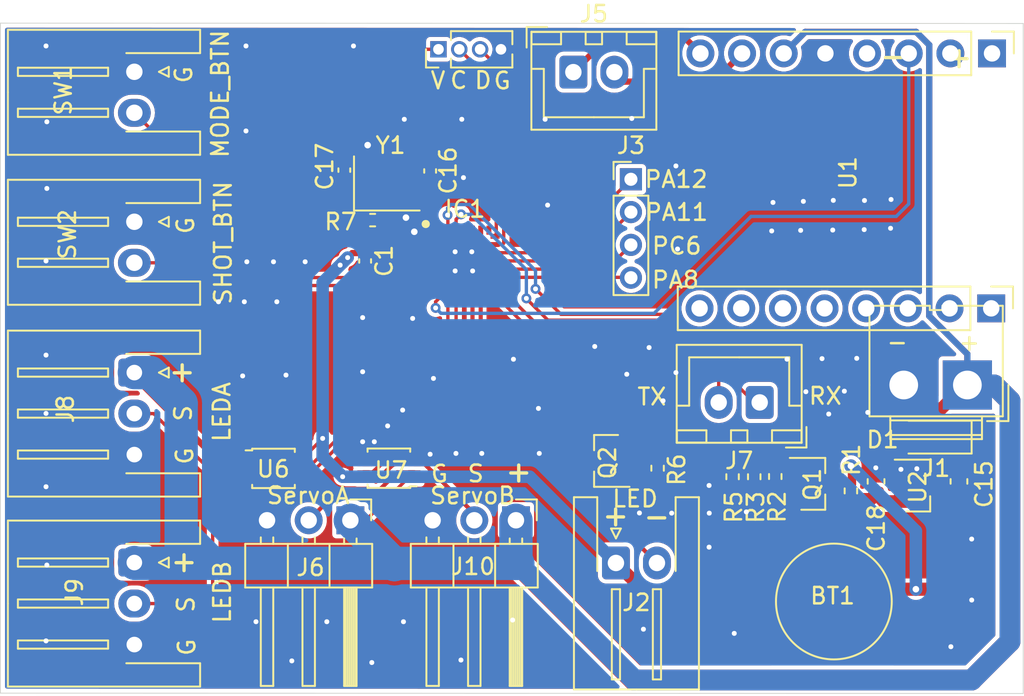
<source format=kicad_pcb>
(kicad_pcb (version 20171130) (host pcbnew "(5.1.10)-1")
  (layers (0 F.Cu signal) (31 B.Cu signal) (34 B.Paste user hide) (35 F.Paste user hide) (36 B.SilkS user) (37 F.SilkS user) (38 B.Mask user hide) (39 F.Mask user hide) (44 Edge.Cuts user))
  (net 0 "")
  (net 1 Earth)
  (net 2 +3V3)
  (net 3 /SWDIO)
  (net 4 /SWCLK)
  (net 5 +5V)
  (net 6 "Net-(IC1-Pad5)")
  (net 7 /SERVOA_IN)
  (net 8 /SERVOB_IN)
  (net 9 /LEDD_DI_IN)
  (net 10 /LEDC_DI_IN)
  (net 11 /LEDD_DI_OUT)
  (net 12 /LEDC_DI_OUT)
  (net 13 /SERVOB_OUT)
  (net 14 /SERVOA_OUT)
  (net 15 "Net-(BT1-Pad1)")
  (net 16 /OSC_IN)
  (net 17 "Net-(C17-Pad2)")
  (net 18 "Net-(IC1-Pad22)")
  (net 19 /5V_check)
  (net 20 /LED_R)
  (net 21 "Net-(IC1-Pad28)")
  (net 22 "Net-(IC1-Pad25)")
  (net 23 "Net-(IC1-Pad24)")
  (net 24 "Net-(IC1-Pad23)")
  (net 25 "Net-(IC1-Pad19)")
  (net 26 "Net-(IC1-Pad18)")
  (net 27 "Net-(IC1-Pad17)")
  (net 28 "Net-(IC1-Pad16)")
  (net 29 "Net-(IC1-Pad11)")
  (net 30 /MODE_KEY)
  (net 31 /SHOT_KEY)
  (net 32 /OSC_OUT)
  (net 33 "Net-(J2-Pad2)")
  (net 34 "Net-(Q2-Pad1)")
  (net 35 "Net-(C15-Pad1)")
  (net 36 /TX)
  (net 37 /RX)
  (net 38 /SPK_TX)
  (net 39 "Net-(J5-Pad2)")
  (net 40 "Net-(J5-Pad1)")
  (net 41 "Net-(U1-Pad15)")
  (net 42 "Net-(U1-Pad14)")
  (net 43 "Net-(U1-Pad12)")
  (net 44 "Net-(U1-Pad9)")
  (net 45 "Net-(U1-Pad16)")
  (net 46 "Net-(U1-Pad13)")
  (net 47 "Net-(U1-Pad10)")
  (net 48 "Net-(U1-Pad11)")
  (net 49 "Net-(U1-Pad2)")
  (net 50 "Net-(U1-Pad1)")
  (net 51 "Net-(U1-Pad4)")
  (module Capacitor_SMD:C_0603_1608Metric (layer F.Cu) (at 96.08036 47.91968 270)
    (fp_text reference C15 (at 0.17018 -1.52654 90) (layer F.SilkS))
    (fp_text value 1uF)
    (pad 1 smd roundrect (at -0.775 0 270) (size 0.9 0.95) (layers F.Cu F.Paste F.Mask) (net 35 "Net-(C15-Pad1)"))
    (pad 2 smd roundrect (at 0.775 0 270) (size 0.9 0.95) (layers F.Cu F.Paste F.Mask) (net 1 Earth))
  )
  (module Diode_SMD:D_SOD-123F (layer F.Cu) (at 94.65334 45.2222 180)
    (fp_text reference D1 (at 3.2288 -0.15748) (layer F.SilkS))
    (fp_text value SS314F)
    (pad 1 smd rect (at -1.4 0 180) (size 1.1 1.1) (layers F.Cu F.Paste F.Mask) (net 35 "Net-(C15-Pad1)"))
    (pad 2 smd rect (at 1.4 0 180) (size 1.1 1.1) (layers F.Cu F.Paste F.Mask) (net 5 +5V))
  )
  (module Connector_JST:JST_XH_B2B-XH-A_1x02_P2.50mm_Vertical (layer F.Cu) (at 83.93154 43.10384 180)
    (fp_text reference J7 (at 1.25 -3.55) (layer F.SilkS))
    (fp_text value UART)
    (pad 2 thru_hole oval (at 2.5 0 180) (size 1.7 2) (drill 1) (layers *.Cu *.Mask) (net 36 /TX))
    (pad 1 thru_hole roundrect (at 0 0 180) (size 1.7 2) (drill 1) (layers *.Cu *.Mask) (roundrect_rratio 0.1470588235294118) (net 37 /RX))
  )
  (module SamacSys_Parts:JQ8900-16P (layer F.Cu) (at 90.47712 29.59612 270)
    (fp_text reference U1 (at -0.49784 1.16332 90) (layer F.SilkS))
    (fp_text value JQ8900-16P)
    (pad 15 thru_hole oval (at 7.7724 -5.0292 270) (size 1.7 1.7) (drill 1) (layers *.Cu *.Mask) (net 41 "Net-(U1-Pad15)"))
    (pad 14 thru_hole oval (at 7.7724 -2.4892 270) (size 1.7 1.7) (drill 1) (layers *.Cu *.Mask) (net 42 "Net-(U1-Pad14)"))
    (pad 12 thru_hole oval (at 7.7724 2.5908 270) (size 1.7 1.7) (drill 1) (layers *.Cu *.Mask) (net 43 "Net-(U1-Pad12)"))
    (pad 9 thru_hole oval (at 7.7724 10.2108 270) (size 1.7 1.7) (drill 1) (layers *.Cu *.Mask) (net 44 "Net-(U1-Pad9)"))
    (pad 16 thru_hole rect (at 7.7724 -7.5692 270) (size 1.7 1.7) (drill 1) (layers *.Cu *.Mask) (net 45 "Net-(U1-Pad16)"))
    (pad 13 thru_hole oval (at 7.7724 0.0508 270) (size 1.7 1.7) (drill 1) (layers *.Cu *.Mask) (net 46 "Net-(U1-Pad13)"))
    (pad 10 thru_hole oval (at 7.7724 7.6708 270) (size 1.7 1.7) (drill 1) (layers *.Cu *.Mask) (net 47 "Net-(U1-Pad10)"))
    (pad 11 thru_hole oval (at 7.7724 5.1308 270) (size 1.7 1.7) (drill 1) (layers *.Cu *.Mask) (net 48 "Net-(U1-Pad11)"))
    (pad 2 thru_hole oval (at -7.7724 -5.08 270) (size 1.7 1.7) (drill 1) (layers *.Cu *.Mask) (net 49 "Net-(U1-Pad2)"))
    (pad 3 thru_hole oval (at -7.7724 -2.54 270) (size 1.7 1.7) (drill 1) (layers *.Cu *.Mask) (net 38 /SPK_TX))
    (pad 5 thru_hole oval (at -7.7724 2.54 270) (size 1.7 1.7) (drill 1) (layers *.Cu *.Mask) (net 1 Earth))
    (pad 8 thru_hole oval (at -7.7724 10.16 270) (size 1.7 1.7) (drill 1) (layers *.Cu *.Mask) (net 40 "Net-(J5-Pad1)"))
    (pad 1 thru_hole rect (at -7.7724 -7.62 270) (size 1.7 1.7) (drill 1) (layers *.Cu *.Mask) (net 50 "Net-(U1-Pad1)"))
    (pad 4 thru_hole oval (at -7.7724 0 270) (size 1.7 1.7) (drill 1) (layers *.Cu *.Mask) (net 51 "Net-(U1-Pad4)"))
    (pad 7 thru_hole oval (at -7.7724 7.62 270) (size 1.7 1.7) (drill 1) (layers *.Cu *.Mask) (net 39 "Net-(J5-Pad2)"))
    (pad 6 thru_hole oval (at -7.7724 5.08 270) (size 1.7 1.7) (drill 1) (layers *.Cu *.Mask) (net 5 +5V))
  )
  (module Connector_JST:JST_XH_B2B-XH-A_1x02_P2.50mm_Vertical (layer F.Cu) (at 72.57012 22.96672)
    (fp_text reference J5 (at 1.25 -3.55) (layer F.SilkS))
    (fp_text value SPK)
    (pad 2 thru_hole oval (at 2.5 0) (size 1.7 2) (drill 1) (layers *.Cu *.Mask) (net 39 "Net-(J5-Pad2)"))
    (pad 1 thru_hole roundrect (at 0 0) (size 1.7 2) (drill 1) (layers *.Cu *.Mask) (roundrect_rratio 0.1470588235294118) (net 40 "Net-(J5-Pad1)"))
  )
  (module Connector:JWT_A3963_1x02_P3.96mm_Vertical (layer F.Cu) (at 96.59344 42.04212 180)
    (fp_text reference J1 (at 1.91 -5.08) (layer F.SilkS))
    (fp_text value POWER)
    (pad 2 thru_hole circle (at 3.88 0 180) (size 3 3) (drill 1.75) (layers *.Cu *.Mask) (net 1 Earth))
    (pad 1 thru_hole rect (at 0 0 180) (size 3 3) (drill 1.75) (layers *.Cu *.Mask) (net 5 +5V))
  )
  (module Connector_PinHeader_2.00mm:PinHeader_1x04_P2.00mm_Vertical (layer F.Cu) (at 76.0804 29.4996)
    (fp_text reference J3 (at 0 -2.06) (layer F.SilkS))
    (fp_text value EXT)
    (pad 1 thru_hole rect (at 0 0) (size 1.35 1.35) (drill 0.8) (layers *.Cu *.Mask) (net 25 "Net-(IC1-Pad19)"))
    (pad 2 thru_hole oval (at 0 2) (size 1.35 1.35) (drill 0.8) (layers *.Cu *.Mask) (net 26 "Net-(IC1-Pad18)"))
    (pad 3 thru_hole oval (at 0 4) (size 1.35 1.35) (drill 0.8) (layers *.Cu *.Mask) (net 27 "Net-(IC1-Pad17)"))
    (pad 4 thru_hole oval (at 0 6) (size 1.35 1.35) (drill 0.8) (layers *.Cu *.Mask) (net 28 "Net-(IC1-Pad16)"))
  )
  (module Package_TO_SOT_SMD:SOT-23 (layer F.Cu) (at 87.1675 48.067)
    (fp_text reference Q1 (at -0.02286 0.04064 90) (layer F.SilkS))
    (fp_text value AO3400)
    (pad 1 smd rect (at -1 -0.95) (size 0.9 0.8) (layers F.Cu F.Paste F.Mask) (net 5 +5V))
    (pad 2 smd rect (at -1 0.95) (size 0.9 0.8) (layers F.Cu F.Paste F.Mask) (net 2 +3V3))
    (pad 3 smd rect (at 1 0) (size 0.9 0.8) (layers F.Cu F.Paste F.Mask) (net 15 "Net-(BT1-Pad1)"))
  )
  (module Connector_JST:JST_XH_S2B-XH-A-1_1x02_P2.50mm_Horizontal (layer F.Cu) (at 45.8036 32.0904 270)
    (fp_text reference SW2 (at 0.762 4.0767 90) (layer F.SilkS))
    (fp_text value SHOT_BTN)
    (pad 1 thru_hole roundrect (at 0 0 270) (size 1.7 2) (drill 1) (layers *.Cu *.Mask) (roundrect_rratio 0.1470588235294118) (net 1 Earth))
    (pad 2 thru_hole oval (at 2.5 0 270) (size 1.7 2) (drill 1) (layers *.Cu *.Mask) (net 31 /SHOT_KEY))
  )
  (module Connector_JST:JST_XH_S2B-XH-A-1_1x02_P2.50mm_Horizontal (layer F.Cu) (at 45.8036 22.9464 270)
    (fp_text reference SW1 (at 1.1303 4.3307 90) (layer F.SilkS))
    (fp_text value MODE_BTN)
    (pad 1 thru_hole roundrect (at 0 0 270) (size 1.7 2) (drill 1) (layers *.Cu *.Mask) (roundrect_rratio 0.1470588235294118) (net 1 Earth))
    (pad 2 thru_hole oval (at 2.5 0 270) (size 1.7 2) (drill 1) (layers *.Cu *.Mask) (net 30 /MODE_KEY))
  )
  (module Connector_JST:JST_XH_S3B-XH-A-1_1x03_P2.50mm_Horizontal (layer F.Cu) (at 45.8036 52.8676 270)
    (fp_text reference J9 (at 1.80848 3.65252 90) (layer F.SilkS))
    (fp_text value LEDA)
    (pad 1 thru_hole roundrect (at 0 0 270) (size 1.7 1.95) (drill 0.95) (layers *.Cu *.Mask) (roundrect_rratio 0.1470588235294118) (net 5 +5V))
    (pad 2 thru_hole oval (at 2.5 0 270) (size 1.7 1.95) (drill 0.95) (layers *.Cu *.Mask) (net 11 /LEDD_DI_OUT))
    (pad 3 thru_hole oval (at 5 0 270) (size 1.7 1.95) (drill 0.95) (layers *.Cu *.Mask) (net 1 Earth))
  )
  (module Connector_JST:JST_XH_S3B-XH-A-1_1x03_P2.50mm_Horizontal (layer F.Cu) (at 45.8036 41.2852 270)
    (fp_text reference J8 (at 2.2225 4.2037 90) (layer F.SilkS))
    (fp_text value LEDA)
    (pad 1 thru_hole roundrect (at 0 0 270) (size 1.7 1.95) (drill 0.95) (layers *.Cu *.Mask) (roundrect_rratio 0.1470588235294118) (net 5 +5V))
    (pad 2 thru_hole oval (at 2.5 0 270) (size 1.7 1.95) (drill 0.95) (layers *.Cu *.Mask) (net 12 /LEDC_DI_OUT))
    (pad 3 thru_hole oval (at 5 0 270) (size 1.7 1.95) (drill 0.95) (layers *.Cu *.Mask) (net 1 Earth))
  )
  (module Connector_JST:JST_XH_S2B-XH-A-1_1x02_P2.50mm_Horizontal (layer F.Cu) (at 75.166 52.893)
    (fp_text reference J2 (at 1.2446 2.413) (layer F.SilkS))
    (fp_text value R_LED)
    (pad 1 thru_hole roundrect (at 0 0) (size 1.7 2) (drill 1) (layers *.Cu *.Mask) (roundrect_rratio 0.1470588235294118) (net 2 +3V3))
    (pad 2 thru_hole oval (at 2.5 0) (size 1.7 2) (drill 1) (layers *.Cu *.Mask) (net 33 "Net-(J2-Pad2)"))
  )
  (module Crystal:Crystal_SMD_3225-4Pin_3.2x2.5mm (layer F.Cu) (at 61.196 29.7536)
    (fp_text reference Y1 (at 0.2286 -2.3241) (layer F.SilkS))
    (fp_text value 8MHz)
    (pad 1 smd rect (at -1.1 0.85) (size 1.4 1.2) (layers F.Cu F.Paste F.Mask) (net 17 "Net-(C17-Pad2)"))
    (pad 2 smd rect (at 1.1 0.85) (size 1.4 1.2) (layers F.Cu F.Paste F.Mask) (net 1 Earth))
    (pad 3 smd rect (at 1.1 -0.85) (size 1.4 1.2) (layers F.Cu F.Paste F.Mask) (net 16 /OSC_IN))
    (pad 4 smd rect (at -1.1 -0.85) (size 1.4 1.2) (layers F.Cu F.Paste F.Mask) (net 1 Earth))
  )
  (module Package_SO:VSSOP-8_2.4x2.1mm_P0.5mm (layer F.Cu) (at 61.323 47.1145 180)
    (fp_text reference U7 (at -0.127 -0.127) (layer F.SilkS))
    (fp_text value SN74LVC2T45DCUR)
    (pad 1 smd rect (at -1.55 -0.75 180) (size 0.75 0.25) (layers F.Cu F.Paste F.Mask) (net 5 +5V))
    (pad 2 smd rect (at -1.55 -0.25 180) (size 0.75 0.25) (layers F.Cu F.Paste F.Mask) (net 14 /SERVOA_OUT))
    (pad 3 smd rect (at -1.55 0.25 180) (size 0.75 0.25) (layers F.Cu F.Paste F.Mask) (net 13 /SERVOB_OUT))
    (pad 4 smd rect (at -1.55 0.75 180) (size 0.75 0.25) (layers F.Cu F.Paste F.Mask) (net 1 Earth))
    (pad 5 smd rect (at 1.55 0.75 180) (size 0.75 0.25) (layers F.Cu F.Paste F.Mask) (net 1 Earth))
    (pad 6 smd rect (at 1.55 0.25 180) (size 0.75 0.25) (layers F.Cu F.Paste F.Mask) (net 8 /SERVOB_IN))
    (pad 7 smd rect (at 1.55 -0.25 180) (size 0.75 0.25) (layers F.Cu F.Paste F.Mask) (net 7 /SERVOA_IN))
    (pad 8 smd rect (at 1.55 -0.75 180) (size 0.75 0.25) (layers F.Cu F.Paste F.Mask) (net 2 +3V3))
  )
  (module Package_SO:VSSOP-8_2.4x2.1mm_P0.5mm (layer F.Cu) (at 54.2872 47.1272)
    (fp_text reference U6 (at -0.0127 0.0381) (layer F.SilkS))
    (fp_text value SN74LVC2T45DCUR)
    (pad 1 smd rect (at -1.55 -0.75) (size 0.75 0.25) (layers F.Cu F.Paste F.Mask) (net 5 +5V))
    (pad 2 smd rect (at -1.55 -0.25) (size 0.75 0.25) (layers F.Cu F.Paste F.Mask) (net 12 /LEDC_DI_OUT))
    (pad 3 smd rect (at -1.55 0.25) (size 0.75 0.25) (layers F.Cu F.Paste F.Mask) (net 11 /LEDD_DI_OUT))
    (pad 4 smd rect (at -1.55 0.75) (size 0.75 0.25) (layers F.Cu F.Paste F.Mask) (net 1 Earth))
    (pad 5 smd rect (at 1.55 0.75) (size 0.75 0.25) (layers F.Cu F.Paste F.Mask) (net 1 Earth))
    (pad 6 smd rect (at 1.55 0.25) (size 0.75 0.25) (layers F.Cu F.Paste F.Mask) (net 9 /LEDD_DI_IN))
    (pad 7 smd rect (at 1.55 -0.25) (size 0.75 0.25) (layers F.Cu F.Paste F.Mask) (net 10 /LEDC_DI_IN))
    (pad 8 smd rect (at 1.55 -0.75) (size 0.75 0.25) (layers F.Cu F.Paste F.Mask) (net 2 +3V3))
  )
  (module Package_TO_SOT_SMD:SOT-23 (layer F.Cu) (at 93.56576 48.17368)
    (fp_text reference U2 (at 0.00508 0.08636 90) (layer F.SilkS))
    (fp_text value XC6206)
    (pad 1 smd rect (at -1 -0.95) (size 0.9 0.8) (layers F.Cu F.Paste F.Mask) (net 1 Earth))
    (pad 2 smd rect (at -1 0.95) (size 0.9 0.8) (layers F.Cu F.Paste F.Mask) (net 2 +3V3))
    (pad 3 smd rect (at 1 0) (size 0.9 0.8) (layers F.Cu F.Paste F.Mask) (net 35 "Net-(C15-Pad1)"))
  )
  (module Resistor_SMD:R_0402_1005Metric (layer F.Cu) (at 60.3324 31.9888)
    (fp_text reference R7 (at -1.9558 0.1016) (layer F.SilkS))
    (fp_text value 390R)
    (pad 1 smd roundrect (at -0.51 0) (size 0.54 0.64) (layers F.Cu F.Paste F.Mask) (net 17 "Net-(C17-Pad2)"))
    (pad 2 smd roundrect (at 0.51 0) (size 0.54 0.64) (layers F.Cu F.Paste F.Mask) (net 32 /OSC_OUT))
  )
  (module Resistor_SMD:R_0402_1005Metric (layer F.Cu) (at 77.706 47.1145 270)
    (fp_text reference R6 (at 0.0889 -1.1684 90) (layer F.SilkS))
    (fp_text value 1K)
    (pad 1 smd roundrect (at -0.51 0 270) (size 0.54 0.64) (layers F.Cu F.Paste F.Mask) (net 20 /LED_R))
    (pad 2 smd roundrect (at 0.51 0 270) (size 0.54 0.64) (layers F.Cu F.Paste F.Mask) (net 34 "Net-(Q2-Pad1)"))
  )
  (module Resistor_SMD:R_0402_1005Metric (layer F.Cu) (at 82.278 47.6352 90)
    (fp_text reference R5 (at -1.8542 0.0635 90) (layer F.SilkS))
    (fp_text value 1M)
    (pad 1 smd roundrect (at -0.51 0 90) (size 0.54 0.64) (layers F.Cu F.Paste F.Mask) (net 1 Earth))
    (pad 2 smd roundrect (at 0.51 0 90) (size 0.54 0.64) (layers F.Cu F.Paste F.Mask) (net 19 /5V_check))
  )
  (module Resistor_SMD:R_0402_1005Metric (layer F.Cu) (at 83.5988 47.6352 90)
    (fp_text reference R3 (at -1.8669 0.0889 90) (layer F.SilkS))
    (fp_text value 1M)
    (pad 1 smd roundrect (at -0.51 0 90) (size 0.54 0.64) (layers F.Cu F.Paste F.Mask) (net 19 /5V_check))
    (pad 2 smd roundrect (at 0.51 0 90) (size 0.54 0.64) (layers F.Cu F.Paste F.Mask) (net 5 +5V))
  )
  (module Resistor_SMD:R_0402_1005Metric (layer F.Cu) (at 84.8815 47.6225 90)
    (fp_text reference R2 (at -1.8542 0.1143 90) (layer F.SilkS))
    (fp_text value 100K)
    (pad 1 smd roundrect (at -0.51 0 90) (size 0.54 0.64) (layers F.Cu F.Paste F.Mask) (net 1 Earth))
    (pad 2 smd roundrect (at 0.51 0 90) (size 0.54 0.64) (layers F.Cu F.Paste F.Mask) (net 5 +5V))
  )
  (module Resistor_SMD:R_0402_1005Metric (layer F.Cu) (at 89.4916 48.4988 270)
    (fp_text reference R1 (at -1.8923 -0.0381 90) (layer F.SilkS))
    (fp_text value 680R)
    (pad 1 smd roundrect (at -0.51 0 270) (size 0.54 0.64) (layers F.Cu F.Paste F.Mask) (net 15 "Net-(BT1-Pad1)"))
    (pad 2 smd roundrect (at 0.51 0 270) (size 0.54 0.64) (layers F.Cu F.Paste F.Mask) (net 2 +3V3))
  )
  (module Package_TO_SOT_SMD:SOT-23 (layer F.Cu) (at 74.5945 46.67 180)
    (fp_text reference Q2 (at -0.0635 -0.1143 90) (layer F.SilkS))
    (fp_text value SS8050)
    (pad 1 smd rect (at -1 -0.95 180) (size 0.9 0.8) (layers F.Cu F.Paste F.Mask) (net 34 "Net-(Q2-Pad1)"))
    (pad 2 smd rect (at -1 0.95 180) (size 0.9 0.8) (layers F.Cu F.Paste F.Mask) (net 1 Earth))
    (pad 3 smd rect (at 1 0 180) (size 0.9 0.8) (layers F.Cu F.Paste F.Mask) (net 33 "Net-(J2-Pad2)"))
  )
  (module Connector_PinHeader_2.54mm:PinHeader_1x03_P2.54mm_Horizontal (layer F.Cu) (at 69.07 50.2895 270)
    (fp_text reference J10 (at 2.8194 2.6162 180) (layer F.SilkS))
    (fp_text value SERVOB)
    (pad 1 thru_hole rect (at 0 0 270) (size 1.7 1.7) (drill 1) (layers *.Cu *.Mask) (net 5 +5V))
    (pad 2 thru_hole oval (at 0 2.54 270) (size 1.7 1.7) (drill 1) (layers *.Cu *.Mask) (net 13 /SERVOB_OUT))
    (pad 3 thru_hole oval (at 0 5.08 270) (size 1.7 1.7) (drill 1) (layers *.Cu *.Mask) (net 1 Earth))
  )
  (module Connector_PinHeader_2.54mm:PinHeader_1x03_P2.54mm_Horizontal (layer F.Cu) (at 58.9735 50.2895 270)
    (fp_text reference J6 (at 2.8829 2.4257 180) (layer F.SilkS))
    (fp_text value SERVOA)
    (pad 1 thru_hole rect (at 0 0 270) (size 1.7 1.7) (drill 1) (layers *.Cu *.Mask) (net 5 +5V))
    (pad 2 thru_hole oval (at 0 2.54 270) (size 1.7 1.7) (drill 1) (layers *.Cu *.Mask) (net 14 /SERVOA_OUT))
    (pad 3 thru_hole oval (at 0 5.08 270) (size 1.7 1.7) (drill 1) (layers *.Cu *.Mask) (net 1 Earth))
  )
  (module Connector_PinHeader_1.27mm:PinHeader_1x04_P1.27mm_Vertical (layer F.Cu) (at 64.3456 21.5748 90)
    (fp_text reference J4 hide)
    (fp_text value SWD)
    (pad 1 thru_hole rect (at 0 0 90) (size 1 1) (drill 0.65) (layers *.Cu *.Mask) (net 2 +3V3))
    (pad 2 thru_hole oval (at 0 1.27 90) (size 1 1) (drill 0.65) (layers *.Cu *.Mask) (net 4 /SWCLK))
    (pad 3 thru_hole oval (at 0 2.54 90) (size 1 1) (drill 0.65) (layers *.Cu *.Mask) (net 3 /SWDIO))
    (pad 4 thru_hole oval (at 0 3.81 90) (size 1 1) (drill 0.65) (layers *.Cu *.Mask) (net 1 Earth))
  )
  (module SamacSys_Parts:UFQFPN28 (layer F.Cu) (at 65.9204 34.478)
    (fp_text reference IC1 (at 0.0381 -3.1623) (layer F.SilkS) (effects (font (size 1.016 1.016) (thickness 0.1524))))
    (fp_text value STM32G031G6U6 hide)
    (pad 2 smd rect (at -1.875 -1 90) (size 0.3 0.55) (layers F.Cu F.Paste F.Mask) (net 32 /OSC_OUT))
    (pad 3 smd rect (at -1.875 -0.5 90) (size 0.3 0.55) (layers F.Cu F.Paste F.Mask) (net 2 +3V3))
    (pad 4 smd rect (at -1.875 0 90) (size 0.3 0.55) (layers F.Cu F.Paste F.Mask) (net 1 Earth))
    (pad 5 smd rect (at -1.875 0.5 90) (size 0.3 0.55) (layers F.Cu F.Paste F.Mask) (net 6 "Net-(IC1-Pad5)"))
    (pad 6 smd rect (at -1.875 1 90) (size 0.3 0.55) (layers F.Cu F.Paste F.Mask) (net 30 /MODE_KEY))
    (pad 9 smd rect (at -1 1.875) (size 0.3 0.55) (layers F.Cu F.Paste F.Mask) (net 10 /LEDC_DI_IN))
    (pad 10 smd rect (at -0.5 1.875) (size 0.3 0.55) (layers F.Cu F.Paste F.Mask) (net 9 /LEDD_DI_IN))
    (pad 11 smd rect (at 0 1.875) (size 0.3 0.55) (layers F.Cu F.Paste F.Mask) (net 29 "Net-(IC1-Pad11)"))
    (pad 12 smd rect (at 0.5 1.875) (size 0.3 0.55) (layers F.Cu F.Paste F.Mask) (net 8 /SERVOB_IN))
    (pad 13 smd rect (at 1 1.875) (size 0.3 0.55) (layers F.Cu F.Paste F.Mask) (net 7 /SERVOA_IN))
    (pad 16 smd rect (at 1.875 1 90) (size 0.3 0.55) (layers F.Cu F.Paste F.Mask) (net 28 "Net-(IC1-Pad16)"))
    (pad 17 smd rect (at 1.875 0.5 90) (size 0.3 0.55) (layers F.Cu F.Paste F.Mask) (net 27 "Net-(IC1-Pad17)"))
    (pad 18 smd rect (at 1.875 0 90) (size 0.3 0.55) (layers F.Cu F.Paste F.Mask) (net 26 "Net-(IC1-Pad18)"))
    (pad 19 smd rect (at 1.875 -0.5 90) (size 0.3 0.55) (layers F.Cu F.Paste F.Mask) (net 25 "Net-(IC1-Pad19)"))
    (pad 20 smd rect (at 1.875 -1 90) (size 0.3 0.55) (layers F.Cu F.Paste F.Mask) (net 3 /SWDIO))
    (pad 23 smd rect (at 1 -1.875) (size 0.3 0.55) (layers F.Cu F.Paste F.Mask) (net 24 "Net-(IC1-Pad23)"))
    (pad 24 smd rect (at 0.5 -1.875) (size 0.3 0.55) (layers F.Cu F.Paste F.Mask) (net 23 "Net-(IC1-Pad24)"))
    (pad 25 smd rect (at 0 -1.875) (size 0.3 0.55) (layers F.Cu F.Paste F.Mask) (net 22 "Net-(IC1-Pad25)"))
    (pad 26 smd rect (at -0.5 -1.875) (size 0.3 0.55) (layers F.Cu F.Paste F.Mask) (net 36 /TX))
    (pad 27 smd rect (at -1 -1.875) (size 0.3 0.55) (layers F.Cu F.Paste F.Mask) (net 37 /RX))
    (pad 28 smd custom (at -1.5 -1.95) (size 0.3 0.4) (layers F.Cu F.Paste F.Mask) (net 21 "Net-(IC1-Pad28)") (options (clearance outline) (anchor rect)) (primitives (gr_poly (pts (xy -0.15 0.2) (xy 0 0.35) (xy 0.15 0.35) (xy 0.15 0.2)) (width 0))))
    (pad 21 smd custom (at 1.95 -1.5 270) (size 0.3 0.4) (layers F.Cu F.Paste F.Mask) (net 4 /SWCLK) (options (clearance outline) (anchor rect)) (primitives (gr_poly (pts (xy -0.15 0.2) (xy 0 0.35) (xy 0.15 0.35) (xy 0.15 0.2)) (width 0))))
    (pad 14 smd custom (at 1.5 1.95 180) (size 0.3 0.4) (layers F.Cu F.Paste F.Mask) (net 20 /LED_R) (options (clearance outline) (anchor rect)) (primitives (gr_poly (pts (xy -0.15 0.2) (xy 0 0.35) (xy 0.15 0.35) (xy 0.15 0.2)) (width 0))))
    (pad 7 smd custom (at -1.95 1.5 90) (size 0.3 0.4) (layers F.Cu F.Paste F.Mask) (net 31 /SHOT_KEY) (options (clearance outline) (anchor rect)) (primitives (gr_poly (pts (xy -0.15 0.2) (xy 0 0.35) (xy 0.15 0.35) (xy 0.15 0.2)) (width 0))))
    (pad 1 smd custom (at -1.95 -1.5 90) (size 0.3 0.4) (layers F.Cu F.Paste F.Mask) (net 16 /OSC_IN) (options (clearance outline) (anchor rect)) (primitives (gr_poly (pts (xy 0.15 0.2) (xy 0 0.35) (xy -0.15 0.35) (xy -0.15 0.2)) (width 0))))
    (pad 8 smd custom (at -1.5 1.95 180) (size 0.3 0.4) (layers F.Cu F.Paste F.Mask) (net 38 /SPK_TX) (options (clearance outline) (anchor rect)) (primitives (gr_poly (pts (xy 0.15 0.2) (xy 0 0.35) (xy -0.15 0.35) (xy -0.15 0.2)) (width 0))))
    (pad 15 smd custom (at 1.95 1.5 270) (size 0.3 0.4) (layers F.Cu F.Paste F.Mask) (net 19 /5V_check) (options (clearance outline) (anchor rect)) (primitives (gr_poly (pts (xy 0.15 0.2) (xy 0 0.35) (xy -0.15 0.35) (xy -0.15 0.2)) (width 0))))
    (pad 22 smd custom (at 1.5 -1.95) (size 0.3 0.4) (layers F.Cu F.Paste F.Mask) (net 18 "Net-(IC1-Pad22)") (options (clearance outline) (anchor rect)) (primitives (gr_poly (pts (xy 0.15 0.2) (xy 0 0.35) (xy -0.15 0.35) (xy -0.15 0.2)) (width 0))))
  )
  (module Capacitor_SMD:C_0603_1608Metric (layer F.Cu) (at 91.02576 47.91968 90)
    (fp_text reference C18 (at -2.8575 0.0127 90) (layer F.SilkS))
    (fp_text value 1uF)
    (pad 1 smd roundrect (at -0.775 0 90) (size 0.9 0.95) (layers F.Cu F.Paste F.Mask) (net 2 +3V3))
    (pad 2 smd roundrect (at 0.775 0 90) (size 0.9 0.95) (layers F.Cu F.Paste F.Mask) (net 1 Earth))
  )
  (module Capacitor_SMD:C_0402_1005Metric (layer F.Cu) (at 58.6052 28.9408 270)
    (fp_text reference C17 (at -0.2159 1.1938 90) (layer F.SilkS))
    (fp_text value 20pF)
    (pad 1 smd roundrect (at -0.48 0 270) (size 0.56 0.62) (layers F.Cu F.Paste F.Mask) (net 1 Earth))
    (pad 2 smd roundrect (at 0.48 0 270) (size 0.56 0.62) (layers F.Cu F.Paste F.Mask) (net 17 "Net-(C17-Pad2)"))
  )
  (module Capacitor_SMD:C_0402_1005Metric (layer F.Cu) (at 63.8376 28.9916 270)
    (fp_text reference C16 (at -0.0254 -1.0922 90) (layer F.SilkS))
    (fp_text value 20pF)
    (pad 1 smd roundrect (at -0.48 0 270) (size 0.56 0.62) (layers F.Cu F.Paste F.Mask) (net 1 Earth))
    (pad 2 smd roundrect (at 0.48 0 270) (size 0.56 0.62) (layers F.Cu F.Paste F.Mask) (net 16 /OSC_IN))
  )
  (module Capacitor_SMD:C_0402_1005Metric (layer F.Cu) (at 59.8752 34.478 270)
    (fp_text reference C1 (at 0 -1.16 90) (layer F.SilkS))
    (fp_text value 0.1uF)
    (pad 1 smd roundrect (at -0.48 0 270) (size 0.56 0.62) (layers F.Cu F.Paste F.Mask) (net 2 +3V3))
    (pad 2 smd roundrect (at 0.48 0 270) (size 0.56 0.62) (layers F.Cu F.Paste F.Mask) (net 1 Earth))
  )
  (module Battery:BatteryHolder_Seiko_MS621F (layer F.Cu) (at 93.454 55.2425)
    (fp_text reference BT1 (at -5.08 -0.3429) (layer F.SilkS))
    (fp_text value MS621FE)
    (pad 1 smd rect (at 0 -0.75) (size 2 0.8) (layers F.Cu F.Paste F.Mask) (net 15 "Net-(BT1-Pad1)"))
    (pad 2 smd rect (at 0 0.75) (size 2 0.8) (layers F.Cu F.Paste F.Mask) (net 1 Earth))
  )
  (gr_text TX (at 77.35548 42.7584) (layer F.SilkS) (effects (font (size 1.016 1.016) (thickness 0.1524))))
  (gr_text RX (at 87.9295 42.71522) (layer F.SilkS) (effects (font (size 1.016 1.016) (thickness 0.1524))))
  (gr_text - (at 92.32116 39.41576) (layer F.SilkS) (effects (font (size 1.016 1.016) (thickness 0.1524))))
  (gr_text + (at 96.71282 39.43608) (layer F.SilkS) (effects (font (size 1.016 1.016) (thickness 0.1524))))
  (gr_text S (at 48.78302 43.7617 90) (layer F.SilkS) (effects (font (size 1.016 1.016) (thickness 0.1524))))
  (gr_text S (at 48.95066 55.41522 90) (layer F.SilkS) (effects (font (size 1.016 1.016) (thickness 0.1524))))
  (gr_text + (at 48.73984 52.87522 90) (layer F.SilkS) (effects (font (size 1.27 1.27) (thickness 0.2032))))
  (gr_text + (at 48.62808 41.2979 90) (layer F.SilkS) (effects (font (size 1.27 1.27) (thickness 0.2032))))
  (gr_text - (at 77.6552 50.23616 180) (layer F.SilkS) (effects (font (size 1.27 1.27) (thickness 0.2032))))
  (gr_text LED (at 76.3344 48.97632) (layer F.SilkS) (effects (font (size 1.016 1.016) (thickness 0.1524))))
  (gr_text + (at 75.05424 50.08376 90) (layer F.SilkS) (effects (font (size 1.27 1.27) (thickness 0.2032))))
  (gr_text - (at 92.0824 22.1717 180) (layer F.SilkS) (effects (font (size 1.27 1.27) (thickness 0.2032))))
  (gr_text + (at 95.994 22.1463 90) (layer F.SilkS) (effects (font (size 1.27 1.27) (thickness 0.2032))))
  (gr_text PA12 (at 78.8363 29.4996) (layer F.SilkS) (effects (font (size 1.016 1.016) (thickness 0.1524))))
  (gr_text PA11 (at 78.8617 31.5062) (layer F.SilkS) (effects (font (size 1.016 1.016) (thickness 0.1524))))
  (gr_text PC6 (at 78.8744 33.5636) (layer F.SilkS) (effects (font (size 1.016 1.016) (thickness 0.1524))))
  (gr_text PA8 (at 78.7982 35.6337) (layer F.SilkS) (effects (font (size 1.016 1.016) (thickness 0.1524))))
  (gr_text LEDB (at 51.163 54.671 90) (layer F.SilkS) (effects (font (size 1.016 1.016) (thickness 0.1524))))
  (gr_text LEDA (at 51.1376 43.6855 90) (layer F.SilkS) (effects (font (size 1.016 1.016) (thickness 0.1524))))
  (gr_text ServoA (at 56.4081 48.7782) (layer F.SilkS) (effects (font (size 1.016 1.016) (thickness 0.1524))))
  (gr_text + (at 69.1462 47.4066 90) (layer F.SilkS) (effects (font (size 1.27 1.27) (thickness 0.2032))))
  (gr_text S (at 66.6189 47.4447) (layer F.SilkS) (effects (font (size 1.016 1.016) (thickness 0.1524))))
  (gr_text G (at 64.40656 47.4574) (layer F.SilkS) (effects (font (size 1.016 1.016) (thickness 0.1524))))
  (gr_text G (at 49.004 58.03396 90) (layer F.SilkS) (effects (font (size 1.016 1.016) (thickness 0.1524))))
  (gr_text G (at 48.877 46.37028 90) (layer F.SilkS) (effects (font (size 1.016 1.016) (thickness 0.1524))))
  (gr_text G (at 48.9278 32.319 90) (layer F.SilkS) (effects (font (size 1.016 1.016) (thickness 0.1524))))
  (gr_text G (at 48.8135 23.1242 90) (layer F.SilkS) (effects (font (size 1.016 1.016) (thickness 0.1524))))
  (gr_text SHOT_BTN (at 51.2138 33.3731 90) (layer F.SilkS) (effects (font (size 1.016 1.016) (thickness 0.1524))))
  (gr_text MODE_BTN (at 51.036 24.2926 90) (layer F.SilkS) (effects (font (size 1.016 1.016) (thickness 0.1524))))
  (gr_text V (at 64.3202 23.4798) (layer F.SilkS) (effects (font (size 1.016 1.016) (thickness 0.1524))))
  (gr_text G (at 68.2318 23.4925) (layer F.SilkS) (effects (font (size 1.016 1.016) (thickness 0.1524))))
  (gr_text D (at 67.0634 23.4671) (layer F.SilkS) (effects (font (size 1.016 1.016) (thickness 0.1524))))
  (gr_text C (at 65.5775 23.4671) (layer F.SilkS) (effects (font (size 1.016 1.016) (thickness 0.1524))))
  (gr_line (start 37.637499 19.980499) (end 37.6375 60.8305) (layer Edge.Cuts) (width 0.05))
  (gr_line (start 37.637499 19.980499) (end 99.999999 19.999999) (layer Edge.Cuts) (width 0.05))
  (gr_text ServoB (at 66.4284 48.7909) (layer F.SilkS) (effects (font (size 1.016 1.016) (thickness 0.1524))))
  (gr_line (start 37.6375 60.8305) (end 100 60.85) (layer Edge.Cuts) (width 0.05))
  (gr_line (start 99.999999 19.999999) (end 100 60.85) (layer Edge.Cuts) (width 0.05))
  (via (at 92.54214 47.18562) (size 0.6) (drill 0.3) (layers F.Cu B.Cu) (net 1))
  (via (at 91.01052 47.09164) (size 0.6) (drill 0.3) (layers F.Cu B.Cu) (net 1))
  (via (at 61.2468 44.5364) (size 0.6) (drill 0.3) (layers F.Cu B.Cu) (net 1))
  (via (at 63.8376 46.2636) (size 0.6) (drill 0.3) (layers F.Cu B.Cu) (net 1))
  (via (at 65.3616 33.9192) (size 0.6) (drill 0.3) (layers F.Cu B.Cu) (net 1))
  (via (at 66.3776 33.9192) (size 0.6) (drill 0.3) (layers F.Cu B.Cu) (net 1))
  (via (at 65.3616 35.0876) (size 0.6) (drill 0.3) (layers F.Cu B.Cu) (net 1))
  (via (at 66.4284 35.0876) (size 0.6) (drill 0.3) (layers F.Cu B.Cu) (net 1))
  (via (at 62.3644 31.8364) (size 0.8) (drill 0.4) (layers F.Cu B.Cu) (net 1))
  (via (at 60.0276 27.4168) (size 0.8) (drill 0.4) (layers F.Cu B.Cu) (net 1))
  (segment (start 60.3552 34.478) (end 59.8752 34.958) (width 0.254) (layer F.Cu) (net 1))
  (segment (start 64.0454 34.478) (end 60.3552 34.478) (width 0.254) (layer F.Cu) (net 1))
  (segment (start 43.5176 24.4196) (end 43.5176 33.37922) (width 1.27) (layer F.Cu) (net 1))
  (segment (start 44.9908 22.9464) (end 43.5176 24.4196) (width 1.27) (layer F.Cu) (net 1))
  (segment (start 45.8036 22.9464) (end 44.9908 22.9464) (width 1.27) (layer F.Cu) (net 1))
  (segment (start 43.5176 33.37922) (end 43.5176 43.9992) (width 1.27) (layer F.Cu) (net 1))
  (segment (start 44.5044 57.8676) (end 45.8036 57.8676) (width 1.27) (layer F.Cu) (net 1))
  (segment (start 43.5176 56.8808) (end 44.5044 57.8676) (width 1.27) (layer F.Cu) (net 1))
  (segment (start 43.5176 43.9992) (end 43.5176 56.8808) (width 1.27) (layer F.Cu) (net 1))
  (segment (start 64.8028 34.478) (end 65.3616 33.9192) (width 0.254) (layer F.Cu) (net 1))
  (segment (start 64.0454 34.478) (end 64.8028 34.478) (width 0.254) (layer F.Cu) (net 1))
  (via (at 59.7228 45.5016) (size 0.6) (drill 0.3) (layers F.Cu B.Cu) (net 1))
  (via (at 65.4124 46.2128) (size 0.6) (drill 0.3) (layers F.Cu B.Cu) (net 1))
  (via (at 66.9872 46.2128) (size 0.6) (drill 0.3) (layers F.Cu B.Cu) (net 1))
  (via (at 62.1612 43.5712) (size 0.6) (drill 0.3) (layers F.Cu B.Cu) (net 1))
  (via (at 60.434 45.5016) (size 0.6) (drill 0.3) (layers F.Cu B.Cu) (net 1))
  (via (at 70.4924 46.2128) (size 0.6) (drill 0.3) (layers F.Cu B.Cu) (net 1))
  (via (at 70.4416 43.4696) (size 0.6) (drill 0.3) (layers F.Cu B.Cu) (net 1))
  (via (at 68.9176 40.4724) (size 0.6) (drill 0.3) (layers F.Cu B.Cu) (net 1))
  (via (at 64.0408 41.6408) (size 0.6) (drill 0.3) (layers F.Cu B.Cu) (net 1))
  (segment (start 63.7367 46.3645) (end 63.8376 46.2636) (width 0.254) (layer F.Cu) (net 1))
  (segment (start 62.873 46.3645) (end 63.7367 46.3645) (width 0.254) (layer F.Cu) (net 1))
  (segment (start 59.773 45.5518) (end 59.7228 45.5016) (width 0.254) (layer F.Cu) (net 1))
  (segment (start 59.773 46.3645) (end 59.773 45.5518) (width 0.254) (layer F.Cu) (net 1))
  (segment (start 55.8372 47.8772) (end 52.7372 47.8772) (width 0.254) (layer F.Cu) (net 1))
  (segment (start 52.7372 49.1332) (end 53.8935 50.2895) (width 0.254) (layer F.Cu) (net 1))
  (segment (start 52.7372 47.8772) (end 52.7372 49.1332) (width 0.254) (layer F.Cu) (net 1))
  (segment (start 43.63519 33.49681) (end 43.5176 33.37922) (width 1.27) (layer F.Cu) (net 1))
  (segment (start 45.0416 32.0904) (end 43.63519 33.49681) (width 1.27) (layer F.Cu) (net 1))
  (segment (start 45.8036 32.0904) (end 45.0416 32.0904) (width 1.27) (layer F.Cu) (net 1))
  (segment (start 43.5176 48.5712) (end 45.8036 46.2852) (width 1.27) (layer F.Cu) (net 1))
  (segment (start 43.5176 43.9992) (end 43.5176 48.5712) (width 1.27) (layer F.Cu) (net 1))
  (via (at 62.8724 32.7) (size 0.8) (drill 0.4) (layers F.Cu B.Cu) (net 1))
  (via (at 40.4188 43.7744) (size 0.6) (drill 0.3) (layers F.Cu B.Cu) (net 1))
  (via (at 40.4188 40.2184) (size 0.6) (drill 0.3) (layers F.Cu B.Cu) (net 1))
  (via (at 40.4188 48.2448) (size 0.6) (drill 0.3) (layers F.Cu B.Cu) (net 1))
  (via (at 40.4696 53.02) (size 0.6) (drill 0.3) (layers F.Cu B.Cu) (net 1))
  (via (at 40.4188 57.6428) (size 0.6) (drill 0.3) (layers F.Cu B.Cu) (net 1))
  (via (at 40.4188 34.478) (size 0.6) (drill 0.3) (layers F.Cu B.Cu) (net 1))
  (via (at 40.4696 30.0584) (size 0.6) (drill 0.3) (layers F.Cu B.Cu) (net 1))
  (via (at 40.4696 25.9944) (size 0.6) (drill 0.3) (layers F.Cu B.Cu) (net 1))
  (via (at 40.4188 21.3716) (size 0.6) (drill 0.3) (layers F.Cu B.Cu) (net 1))
  (via (at 52.6108 21.3716) (size 0.6) (drill 0.3) (layers F.Cu B.Cu) (net 1))
  (via (at 59.164 21.3716) (size 0.6) (drill 0.3) (layers F.Cu B.Cu) (net 1))
  (via (at 52.6108 26.5532) (size 0.6) (drill 0.3) (layers F.Cu B.Cu) (net 1))
  (via (at 52.6616 34.5288) (size 0.6) (drill 0.3) (layers F.Cu B.Cu) (net 1))
  (via (at 54.2872 34.5288) (size 0.6) (drill 0.3) (layers F.Cu B.Cu) (net 1))
  (via (at 56.2176 34.5288) (size 0.6) (drill 0.3) (layers F.Cu B.Cu) (net 1))
  (via (at 50.9344 36.9672) (size 0.6) (drill 0.3) (layers F.Cu B.Cu) (net 1))
  (via (at 52.5092 36.9672) (size 0.6) (drill 0.3) (layers F.Cu B.Cu) (net 1))
  (via (at 54.4904 36.9672) (size 0.6) (drill 0.3) (layers F.Cu B.Cu) (net 1))
  (via (at 52.4076 41.4884) (size 0.6) (drill 0.3) (layers F.Cu B.Cu) (net 1))
  (via (at 55.0492 41.4376) (size 0.6) (drill 0.3) (layers F.Cu B.Cu) (net 1))
  (via (at 59.7228 37.9324) (size 0.6) (drill 0.3) (layers F.Cu B.Cu) (net 1))
  (via (at 62.7708 37.9832) (size 0.6) (drill 0.3) (layers F.Cu B.Cu) (net 1))
  (via (at 59.7228 41.2344) (size 0.6) (drill 0.3) (layers F.Cu B.Cu) (net 1))
  (via (at 62.2628 25.842) (size 0.6) (drill 0.3) (layers F.Cu B.Cu) (net 1))
  (via (at 65.768 25.842) (size 0.6) (drill 0.3) (layers F.Cu B.Cu) (net 1))
  (via (at 65.8696 29.398) (size 0.6) (drill 0.3) (layers F.Cu B.Cu) (net 1))
  (via (at 70.848 25.842) (size 0.6) (drill 0.3) (layers F.Cu B.Cu) (net 1))
  (via (at 76.1312 25.7912) (size 0.6) (drill 0.3) (layers F.Cu B.Cu) (net 1))
  (via (at 71.0004 31.0744) (size 0.6) (drill 0.3) (layers F.Cu B.Cu) (net 1))
  (via (at 78.8236 28.6868) (size 0.6) (drill 0.3) (layers F.Cu B.Cu) (net 1))
  (via (at 78.92266 33.75156) (size 0.6) (drill 0.3) (layers F.Cu B.Cu) (net 1))
  (via (at 78.8236 41.2852) (size 0.6) (drill 0.3) (layers F.Cu B.Cu) (net 1))
  (via (at 75.8264 41.3868) (size 0.6) (drill 0.3) (layers F.Cu B.Cu) (net 1))
  (via (at 73.87314 39.69262) (size 0.6) (drill 0.3) (layers F.Cu B.Cu) (net 1))
  (via (at 76.8424 56.9316) (size 0.6) (drill 0.3) (layers F.Cu B.Cu) (net 1))
  (via (at 53.2204 56.4744) (size 0.6) (drill 0.3) (layers F.Cu B.Cu) (net 1))
  (via (at 57.5384 56.4744) (size 0.6) (drill 0.3) (layers F.Cu B.Cu) (net 1))
  (via (at 62.212 56.4744) (size 0.6) (drill 0.3) (layers F.Cu B.Cu) (net 1))
  (via (at 68.8668 56.3728) (size 0.6) (drill 0.3) (layers F.Cu B.Cu) (net 1))
  (via (at 55.4048 58.862) (size 0.6) (drill 0.3) (layers F.Cu B.Cu) (net 1))
  (via (at 60.2816 58.9636) (size 0.6) (drill 0.3) (layers F.Cu B.Cu) (net 1))
  (via (at 65.7172 58.8112) (size 0.6) (drill 0.3) (layers F.Cu B.Cu) (net 1))
  (via (at 82.3796 57.1856) (size 0.6) (drill 0.3) (layers F.Cu B.Cu) (net 1))
  (via (at 96.85506 51.43504) (size 0.6) (drill 0.3) (layers F.Cu B.Cu) (net 1))
  (via (at 96.8576 55.1536) (size 0.6) (drill 0.3) (layers F.Cu B.Cu) (net 1))
  (via (at 95.5876 57.9984) (size 0.6) (drill 0.3) (layers F.Cu B.Cu) (net 1))
  (segment (start 72.692 45.72) (end 70.4416 43.4696) (width 0.254) (layer F.Cu) (net 1))
  (segment (start 75.5945 45.72) (end 72.692 45.72) (width 0.254) (layer F.Cu) (net 1))
  (via (at 76.59856 49.845) (size 0.6) (drill 0.3) (layers F.Cu B.Cu) (net 1))
  (via (at 78.56452 49.85516) (size 0.6) (drill 0.3) (layers F.Cu B.Cu) (net 1))
  (via (at 80.8556 49.85516) (size 0.6) (drill 0.3) (layers F.Cu B.Cu) (net 1))
  (via (at 80.84544 48.1686) (size 0.6) (drill 0.3) (layers F.Cu B.Cu) (net 1))
  (via (at 80.84544 51.9278) (size 0.6) (drill 0.3) (layers F.Cu B.Cu) (net 1))
  (via (at 83.1162 49.77896) (size 0.6) (drill 0.3) (layers F.Cu B.Cu) (net 1))
  (segment (start 96.08036 50.66034) (end 96.85506 51.43504) (width 0.381) (layer F.Cu) (net 1))
  (segment (start 96.08036 48.69468) (end 96.08036 50.66034) (width 0.381) (layer F.Cu) (net 1))
  (via (at 93.51242 47.14498) (size 0.6) (drill 0.3) (layers F.Cu B.Cu) (net 1))
  (via (at 77.18784 39.75866) (size 0.6) (drill 0.3) (layers F.Cu B.Cu) (net 1))
  (via (at 78.03874 43.00478) (size 0.6) (drill 0.3) (layers F.Cu B.Cu) (net 1))
  (via (at 85.59778 40.46732) (size 0.6) (drill 0.3) (layers F.Cu B.Cu) (net 1))
  (via (at 87.73138 40.4343) (size 0.6) (drill 0.3) (layers F.Cu B.Cu) (net 1))
  (via (at 89.8472 40.41652) (size 0.6) (drill 0.3) (layers F.Cu B.Cu) (net 1))
  (via (at 86.74586 42.45106) (size 0.6) (drill 0.3) (layers F.Cu B.Cu) (net 1))
  (via (at 89.09282 42.41804) (size 0.6) (drill 0.3) (layers F.Cu B.Cu) (net 1))
  (via (at 88.14032 43.8125) (size 0.6) (drill 0.3) (layers F.Cu B.Cu) (net 1))
  (via (at 90.5203 43.71344) (size 0.6) (drill 0.3) (layers F.Cu B.Cu) (net 1))
  (via (at 84.66306 32.6492) (size 0.6) (drill 0.3) (layers F.Cu B.Cu) (net 1))
  (via (at 86.42836 32.61364) (size 0.6) (drill 0.3) (layers F.Cu B.Cu) (net 1))
  (via (at 88.38416 32.59586) (size 0.6) (drill 0.3) (layers F.Cu B.Cu) (net 1))
  (via (at 90.30186 32.56792) (size 0.6) (drill 0.3) (layers F.Cu B.Cu) (net 1))
  (via (at 91.90968 32.48664) (size 0.6) (drill 0.3) (layers F.Cu B.Cu) (net 1))
  (via (at 84.7418 30.91184) (size 0.6) (drill 0.3) (layers F.Cu B.Cu) (net 1))
  (via (at 86.59346 30.8458) (size 0.6) (drill 0.3) (layers F.Cu B.Cu) (net 1))
  (via (at 88.41972 30.78484) (size 0.6) (drill 0.3) (layers F.Cu B.Cu) (net 1))
  (via (at 90.31964 30.79246) (size 0.6) (drill 0.3) (layers F.Cu B.Cu) (net 1))
  (via (at 91.94016 30.7315) (size 0.6) (drill 0.3) (layers F.Cu B.Cu) (net 1))
  (segment (start 90.091 49.017) (end 90.0992 49.0088) (width 0.762) (layer F.Cu) (net 2))
  (segment (start 86.1675 49.017) (end 90.091 49.017) (width 0.762) (layer F.Cu) (net 2))
  (segment (start 90.0992 49.0088) (end 89.4916 49.0088) (width 0.762) (layer F.Cu) (net 2))
  (segment (start 59.8952 33.978) (end 59.8752 33.998) (width 0.254) (layer F.Cu) (net 2))
  (segment (start 64.0454 33.978) (end 59.8952 33.978) (width 0.254) (layer F.Cu) (net 2))
  (segment (start 57.2844 35.7988) (end 58.4782 34.605) (width 0.762) (layer B.Cu) (net 2))
  (segment (start 57.2844 46.416) (end 57.2844 45.2984) (width 0.762) (layer B.Cu) (net 2))
  (segment (start 58.5036 47.6352) (end 58.5036 47.6352) (width 0.762) (layer B.Cu) (net 2))
  (segment (start 57.2844 45.2984) (end 57.2844 35.7988) (width 0.762) (layer B.Cu) (net 2))
  (via (at 57.2844 45.2984) (size 0.6) (drill 0.3) (layers F.Cu B.Cu) (net 2))
  (segment (start 58.5036 47.6352) (end 57.2844 46.416) (width 0.762) (layer B.Cu) (net 2))
  (via (at 58.5036 47.6352) (size 0.6) (drill 0.3) (layers F.Cu B.Cu) (net 2))
  (segment (start 58.7329 47.8645) (end 59.773 47.8645) (width 0.2032) (layer F.Cu) (net 2))
  (segment (start 58.5036 47.6352) (end 58.7329 47.8645) (width 0.2032) (layer F.Cu) (net 2))
  (segment (start 56.2056 46.3772) (end 57.2844 45.2984) (width 0.2032) (layer F.Cu) (net 2))
  (segment (start 55.8372 46.3772) (end 56.2056 46.3772) (width 0.2032) (layer F.Cu) (net 2))
  (segment (start 76.817 54.544) (end 75.166 52.893) (width 0.762) (layer F.Cu) (net 2))
  (segment (start 85.8746 49.017) (end 80.3476 54.544) (width 0.762) (layer F.Cu) (net 2))
  (segment (start 80.3476 54.544) (end 76.817 54.544) (width 0.762) (layer F.Cu) (net 2))
  (segment (start 86.1675 49.017) (end 85.8746 49.017) (width 0.762) (layer F.Cu) (net 2))
  (segment (start 58.4782 34.605) (end 58.8084 34.2748) (width 0.762) (layer B.Cu) (net 2))
  (via (at 58.3512 34.732) (size 0.6) (drill 0.3) (layers F.Cu B.Cu) (net 2))
  (segment (start 58.8084 34.2748) (end 58.8084 34.2748) (width 0.762) (layer B.Cu) (net 2))
  (via (at 58.8084 34.2748) (size 0.6) (drill 0.3) (layers F.Cu B.Cu) (net 2))
  (segment (start 59.0852 33.998) (end 58.8084 34.2748) (width 0.381) (layer F.Cu) (net 2))
  (segment (start 59.8752 33.998) (end 59.0852 33.998) (width 0.381) (layer F.Cu) (net 2))
  (segment (start 58.8084 34.2748) (end 58.4782 34.605) (width 0.381) (layer F.Cu) (net 2))
  (segment (start 59.8752 33.6144) (end 59.8752 33.998) (width 0.2032) (layer F.Cu) (net 2))
  (segment (start 57.64 27.366) (end 57.64 31.3792) (width 0.2032) (layer F.Cu) (net 2))
  (segment (start 63.4312 21.5748) (end 57.64 27.366) (width 0.2032) (layer F.Cu) (net 2))
  (segment (start 57.64 31.3792) (end 59.8752 33.6144) (width 0.2032) (layer F.Cu) (net 2))
  (segment (start 64.3456 21.5748) (end 63.4312 21.5748) (width 0.2032) (layer F.Cu) (net 2))
  (segment (start 90.71164 49.0088) (end 90.0992 49.0088) (width 0.762) (layer F.Cu) (net 2))
  (segment (start 91.02576 48.69468) (end 90.71164 49.0088) (width 0.762) (layer F.Cu) (net 2))
  (segment (start 91.47508 49.144) (end 91.02576 48.69468) (width 0.762) (layer F.Cu) (net 2))
  (segment (start 93.343 49.144) (end 91.47508 49.144) (width 0.762) (layer F.Cu) (net 2))
  (segment (start 69.9082 47.6352) (end 58.5036 47.6352) (width 0.762) (layer B.Cu) (net 2))
  (segment (start 75.166 52.893) (end 69.9082 47.6352) (width 0.762) (layer B.Cu) (net 2))
  (segment (start 67.7954 33.478) (end 68.2412 33.478) (width 0.2032) (layer F.Cu) (net 3))
  (segment (start 68.32441 23.01361) (end 66.8856 21.5748) (width 0.2032) (layer F.Cu) (net 3))
  (segment (start 68.32441 33.39479) (end 68.32441 23.01361) (width 0.2032) (layer F.Cu) (net 3))
  (segment (start 68.2412 33.478) (end 68.32441 33.39479) (width 0.2032) (layer F.Cu) (net 3))
  (segment (start 67.8704 23.8296) (end 67.8704 32.978) (width 0.2032) (layer F.Cu) (net 4))
  (segment (start 65.6156 21.5748) (end 67.8704 23.8296) (width 0.2032) (layer F.Cu) (net 4))
  (segment (start 83.607 47.117) (end 83.5988 47.1252) (width 0.2032) (layer F.Cu) (net 5))
  (segment (start 86.1675 47.117) (end 83.607 47.117) (width 0.2032) (layer F.Cu) (net 5))
  (segment (start 59.9133 50.2895) (end 58.9735 50.2895) (width 0.2032) (layer F.Cu) (net 5))
  (segment (start 62.3383 47.8645) (end 59.9133 50.2895) (width 0.2032) (layer F.Cu) (net 5))
  (segment (start 62.873 47.8645) (end 62.3383 47.8645) (width 0.2032) (layer F.Cu) (net 5))
  (segment (start 69.07 50.7848) (end 69.07 50.2895) (width 1.27) (layer B.Cu) (net 5))
  (segment (start 45.8036 41.5392) (end 45.8036 41.2852) (width 0.381) (layer F.Cu) (net 5))
  (segment (start 50.6416 46.3772) (end 45.8036 41.5392) (width 0.381) (layer F.Cu) (net 5))
  (segment (start 52.7372 46.3772) (end 50.6416 46.3772) (width 0.381) (layer F.Cu) (net 5))
  (segment (start 58.9735 50.29966) (end 61.66336 52.98952) (width 2.032) (layer B.Cu) (net 5))
  (segment (start 58.9735 50.2895) (end 58.9735 50.29966) (width 2.032) (layer B.Cu) (net 5))
  (segment (start 45.84932 52.91332) (end 45.8036 52.8676) (width 2.032) (layer B.Cu) (net 5))
  (segment (start 61.66336 52.98952) (end 61.58716 52.91332) (width 2.032) (layer B.Cu) (net 5))
  (segment (start 61.73448 52.9184) (end 61.66336 52.98952) (width 2.032) (layer B.Cu) (net 5))
  (segment (start 69.18086 52.9184) (end 61.73448 52.9184) (width 2.032) (layer B.Cu) (net 5))
  (segment (start 69.07 52.80754) (end 69.18086 52.9184) (width 2.032) (layer B.Cu) (net 5))
  (segment (start 69.07 50.2895) (end 69.07 52.80754) (width 2.032) (layer B.Cu) (net 5))
  (segment (start 46.7786 41.2852) (end 48.65856 43.16516) (width 2.032) (layer B.Cu) (net 5))
  (segment (start 45.8036 41.2852) (end 46.7786 41.2852) (width 2.032) (layer B.Cu) (net 5))
  (segment (start 48.65856 52.91332) (end 45.84932 52.91332) (width 2.032) (layer B.Cu) (net 5))
  (segment (start 48.65856 51.07944) (end 48.68396 51.07944) (width 2.032) (layer B.Cu) (net 5))
  (segment (start 48.68396 51.07944) (end 50.51784 52.91332) (width 2.032) (layer B.Cu) (net 5))
  (segment (start 50.51784 52.91332) (end 48.65856 52.91332) (width 2.032) (layer B.Cu) (net 5))
  (segment (start 61.58716 52.91332) (end 50.51784 52.91332) (width 2.032) (layer B.Cu) (net 5))
  (segment (start 48.65856 43.16516) (end 48.65856 51.07944) (width 2.032) (layer B.Cu) (net 5))
  (segment (start 48.65856 51.07944) (end 48.65856 52.91332) (width 2.032) (layer B.Cu) (net 5))
  (segment (start 96.852743 60.030177) (end 76.292637 60.030177) (width 1.27) (layer B.Cu) (net 5))
  (segment (start 99.187591 57.695329) (end 96.852743 60.030177) (width 1.27) (layer B.Cu) (net 5))
  (segment (start 76.292637 60.030177) (end 69.07 52.80754) (width 1.27) (layer B.Cu) (net 5))
  (segment (start 99.187591 42.995431) (end 99.187591 57.695329) (width 1.27) (layer B.Cu) (net 5))
  (segment (start 98.23428 42.04212) (end 99.187591 42.995431) (width 1.27) (layer B.Cu) (net 5))
  (segment (start 96.59344 42.04212) (end 98.23428 42.04212) (width 1.27) (layer B.Cu) (net 5))
  (segment (start 69.07 52.84728) (end 69.07 50.2895) (width 1.27) (layer F.Cu) (net 5))
  (segment (start 76.252885 60.030165) (end 69.07 52.84728) (width 1.27) (layer F.Cu) (net 5))
  (segment (start 99.187591 57.695329) (end 96.852755 60.030165) (width 1.27) (layer F.Cu) (net 5))
  (segment (start 99.187591 42.995431) (end 99.187591 57.695329) (width 1.27) (layer F.Cu) (net 5))
  (segment (start 98.23428 42.04212) (end 99.187591 42.995431) (width 1.27) (layer F.Cu) (net 5))
  (segment (start 96.852755 60.030165) (end 76.252885 60.030165) (width 1.27) (layer F.Cu) (net 5))
  (segment (start 96.59344 42.04212) (end 98.23428 42.04212) (width 1.27) (layer F.Cu) (net 5))
  (segment (start 96.45328 42.04212) (end 93.31384 45.18156) (width 0.762) (layer F.Cu) (net 5))
  (segment (start 96.59344 42.04212) (end 96.45328 42.04212) (width 0.762) (layer F.Cu) (net 5))
  (segment (start 88.10294 45.18156) (end 86.1675 47.117) (width 0.762) (layer F.Cu) (net 5))
  (segment (start 93.31384 45.18156) (end 88.10294 45.18156) (width 0.762) (layer F.Cu) (net 5))
  (segment (start 94.26934 21.310446) (end 93.474514 20.51562) (width 0.381) (layer B.Cu) (net 5))
  (segment (start 94.26934 37.83702) (end 94.26934 21.310446) (width 0.381) (layer B.Cu) (net 5))
  (segment (start 86.70522 20.51562) (end 85.39712 21.82372) (width 0.381) (layer B.Cu) (net 5))
  (segment (start 96.59344 40.16112) (end 94.26934 37.83702) (width 0.381) (layer B.Cu) (net 5))
  (segment (start 93.474514 20.51562) (end 86.70522 20.51562) (width 0.381) (layer B.Cu) (net 5))
  (segment (start 96.59344 42.04212) (end 96.59344 40.16112) (width 0.381) (layer B.Cu) (net 5))
  (segment (start 96.59344 40.16112) (end 96.59344 42.04212) (width 0.381) (layer F.Cu) (net 5))
  (segment (start 94.26934 21.310446) (end 94.26934 37.83702) (width 0.381) (layer F.Cu) (net 5))
  (segment (start 94.26934 37.83702) (end 96.59344 40.16112) (width 0.381) (layer F.Cu) (net 5))
  (segment (start 93.471974 20.51308) (end 94.26934 21.310446) (width 0.381) (layer F.Cu) (net 5))
  (segment (start 86.70776 20.51308) (end 93.471974 20.51308) (width 0.381) (layer F.Cu) (net 5))
  (segment (start 85.39712 21.82372) (end 86.70776 20.51308) (width 0.381) (layer F.Cu) (net 5))
  (segment (start 60.350672 47.3645) (end 59.773 47.3645) (width 0.254) (layer F.Cu) (net 7))
  (segment (start 66.9204 40.794772) (end 60.350672 47.3645) (width 0.254) (layer F.Cu) (net 7))
  (segment (start 66.9204 36.353) (end 66.9204 40.794772) (width 0.254) (layer F.Cu) (net 7))
  (segment (start 60.275922 46.8645) (end 59.773 46.8645) (width 0.254) (layer F.Cu) (net 8))
  (segment (start 66.4204 40.720022) (end 60.275922 46.8645) (width 0.254) (layer F.Cu) (net 8))
  (segment (start 66.4204 36.353) (end 66.4204 40.720022) (width 0.254) (layer F.Cu) (net 8))
  (segment (start 56.628 47.3772) (end 55.8372 47.3772) (width 0.2032) (layer F.Cu) (net 9))
  (segment (start 65.4204 38.5848) (end 56.628 47.3772) (width 0.2032) (layer F.Cu) (net 9))
  (segment (start 65.4204 36.353) (end 65.4204 38.5848) (width 0.2032) (layer F.Cu) (net 9))
  (segment (start 64.9204 38.581892) (end 64.9204 36.353) (width 0.2032) (layer F.Cu) (net 10))
  (segment (start 56.625092 46.8772) (end 64.9204 38.581892) (width 0.2032) (layer F.Cu) (net 10))
  (segment (start 55.8372 46.8772) (end 56.625092 46.8772) (width 0.2032) (layer F.Cu) (net 10))
  (segment (start 49.806 55.3676) (end 45.8036 55.3676) (width 0.2032) (layer F.Cu) (net 11))
  (segment (start 50.5788 54.5948) (end 49.806 55.3676) (width 0.2032) (layer F.Cu) (net 11))
  (segment (start 50.5788 48.9574) (end 50.5788 54.5948) (width 0.2032) (layer F.Cu) (net 11))
  (segment (start 52.159 47.3772) (end 50.5788 48.9574) (width 0.2032) (layer F.Cu) (net 11))
  (segment (start 52.7372 47.3772) (end 52.159 47.3772) (width 0.2032) (layer F.Cu) (net 11))
  (segment (start 46.9828 43.7852) (end 45.8036 43.7852) (width 0.2032) (layer F.Cu) (net 12))
  (segment (start 50.0748 46.8772) (end 46.9828 43.7852) (width 0.2032) (layer F.Cu) (net 12))
  (segment (start 52.7372 46.8772) (end 50.0748 46.8772) (width 0.2032) (layer F.Cu) (net 12))
  (segment (start 66.53 49.8925) (end 66.53 50.2895) (width 0.254) (layer F.Cu) (net 13))
  (segment (start 63.502 46.8645) (end 66.53 49.8925) (width 0.254) (layer F.Cu) (net 13))
  (segment (start 62.873 46.8645) (end 63.502 46.8645) (width 0.254) (layer F.Cu) (net 13))
  (segment (start 57.8305 48.8925) (end 56.4335 50.2895) (width 0.254) (layer F.Cu) (net 14))
  (segment (start 60.2943 48.8925) (end 57.8305 48.8925) (width 0.254) (layer F.Cu) (net 14))
  (segment (start 61.8223 47.3645) (end 60.2943 48.8925) (width 0.254) (layer F.Cu) (net 14))
  (segment (start 62.873 47.3645) (end 61.8223 47.3645) (width 0.254) (layer F.Cu) (net 14))
  (via (at 93.454 54.4932) (size 0.8) (drill 0.4) (layers F.Cu B.Cu) (net 15))
  (via (at 89.4916 46.9748) (size 0.8) (drill 0.4) (layers F.Cu B.Cu) (net 15))
  (segment (start 89.4916 46.9748) (end 89.4916 47.9888) (width 0.381) (layer F.Cu) (net 15))
  (segment (start 89.4134 48.067) (end 89.4916 47.9888) (width 0.381) (layer F.Cu) (net 15))
  (segment (start 88.1675 48.067) (end 89.4134 48.067) (width 0.381) (layer F.Cu) (net 15))
  (segment (start 93.454 50.94228) (end 93.454 54.4932) (width 0.762) (layer B.Cu) (net 15))
  (segment (start 89.4916 46.97988) (end 93.454 50.94228) (width 0.762) (layer B.Cu) (net 15))
  (segment (start 89.4916 46.9748) (end 89.4916 46.97988) (width 0.762) (layer B.Cu) (net 15))
  (segment (start 62.353202 28.9036) (end 62.296 28.9036) (width 0.2032) (layer F.Cu) (net 16))
  (segment (start 63.9704 30.520798) (end 62.353202 28.9036) (width 0.2032) (layer F.Cu) (net 16))
  (segment (start 63.9704 32.978) (end 63.9704 30.520798) (width 0.2032) (layer F.Cu) (net 16))
  (segment (start 62.688 28.5116) (end 62.296 28.9036) (width 0.2032) (layer F.Cu) (net 16))
  (segment (start 62.864 29.4716) (end 62.296 28.9036) (width 0.2032) (layer F.Cu) (net 16))
  (segment (start 63.8376 29.4716) (end 62.864 29.4716) (width 0.2032) (layer F.Cu) (net 16))
  (segment (start 58.9132 29.4208) (end 60.096 30.6036) (width 0.2032) (layer F.Cu) (net 17))
  (segment (start 58.6052 29.4208) (end 58.9132 29.4208) (width 0.2032) (layer F.Cu) (net 17))
  (segment (start 59.8224 30.8772) (end 60.096 30.6036) (width 0.2032) (layer F.Cu) (net 17))
  (segment (start 59.8224 31.9888) (end 59.8224 30.8772) (width 0.2032) (layer F.Cu) (net 17))
  (segment (start 83.298 48.1452) (end 82.278 47.1252) (width 0.2032) (layer F.Cu) (net 19))
  (segment (start 83.5988 48.1452) (end 83.298 48.1452) (width 0.2032) (layer F.Cu) (net 19))
  (segment (start 79.1264 47.1252) (end 82.278 47.1252) (width 0.2032) (layer F.Cu) (net 19))
  (segment (start 67.9792 35.978) (end 79.1264 47.1252) (width 0.2032) (layer F.Cu) (net 19))
  (segment (start 67.8704 35.978) (end 67.9792 35.978) (width 0.2032) (layer F.Cu) (net 19))
  (segment (start 77.706 46.4668) (end 77.706 46.6045) (width 0.2032) (layer F.Cu) (net 20))
  (segment (start 67.6672 36.428) (end 77.706 46.4668) (width 0.2032) (layer F.Cu) (net 20))
  (segment (start 67.4204 36.428) (end 67.6672 36.428) (width 0.2032) (layer F.Cu) (net 20))
  (segment (start 71.602 33.978) (end 76.0804 29.4996) (width 0.2032) (layer F.Cu) (net 25))
  (segment (start 67.7954 33.978) (end 71.602 33.978) (width 0.2032) (layer F.Cu) (net 25))
  (segment (start 73.102 34.478) (end 76.0804 31.4996) (width 0.2032) (layer F.Cu) (net 26))
  (segment (start 67.7954 34.478) (end 73.102 34.478) (width 0.2032) (layer F.Cu) (net 26))
  (segment (start 74.602 34.978) (end 76.0804 33.4996) (width 0.2032) (layer F.Cu) (net 27))
  (segment (start 67.7954 34.978) (end 74.602 34.978) (width 0.2032) (layer F.Cu) (net 27))
  (segment (start 76.0588 35.478) (end 76.0804 35.4996) (width 0.2032) (layer F.Cu) (net 28))
  (segment (start 67.7954 35.478) (end 76.0588 35.478) (width 0.2032) (layer F.Cu) (net 28))
  (segment (start 47.9372 27.58) (end 45.8036 25.4464) (width 0.2032) (layer F.Cu) (net 30))
  (segment (start 47.9372 33.5128) (end 47.9372 27.58) (width 0.2032) (layer F.Cu) (net 30))
  (segment (start 49.91641 35.49201) (end 47.9372 33.5128) (width 0.2032) (layer F.Cu) (net 30))
  (segment (start 63.55319 35.49201) (end 49.91641 35.49201) (width 0.2032) (layer F.Cu) (net 30))
  (segment (start 63.5672 35.478) (end 63.55319 35.49201) (width 0.2032) (layer F.Cu) (net 30))
  (segment (start 64.0454 35.478) (end 63.5672 35.478) (width 0.2032) (layer F.Cu) (net 30))
  (segment (start 48.3036 34.5904) (end 45.8036 34.5904) (width 0.2032) (layer F.Cu) (net 31))
  (segment (start 49.6912 35.978) (end 48.3036 34.5904) (width 0.2032) (layer F.Cu) (net 31))
  (segment (start 63.9704 35.978) (end 49.6912 35.978) (width 0.2032) (layer F.Cu) (net 31))
  (segment (start 60.8424 32.448) (end 60.8424 31.9888) (width 0.2032) (layer F.Cu) (net 32))
  (segment (start 61.8724 33.478) (end 60.8424 32.448) (width 0.2032) (layer F.Cu) (net 32))
  (segment (start 64.0454 33.478) (end 61.8724 33.478) (width 0.2032) (layer F.Cu) (net 32))
  (segment (start 73.5945 48.8215) (end 77.666 52.893) (width 0.254) (layer F.Cu) (net 33))
  (segment (start 73.5945 46.67) (end 73.5945 48.8215) (width 0.254) (layer F.Cu) (net 33))
  (segment (start 77.7015 47.62) (end 77.706 47.6245) (width 0.254) (layer F.Cu) (net 34))
  (segment (start 75.5945 47.62) (end 77.7015 47.62) (width 0.254) (layer F.Cu) (net 34))
  (segment (start 96.08036 45.21504) (end 96.08036 47.14468) (width 0.762) (layer F.Cu) (net 35))
  (segment (start 96.11384 45.18156) (end 96.08036 45.21504) (width 0.762) (layer F.Cu) (net 35))
  (segment (start 94.86624 48.17368) (end 94.56576 48.17368) (width 0.762) (layer F.Cu) (net 35))
  (segment (start 95.89524 47.14468) (end 94.86624 48.17368) (width 0.762) (layer F.Cu) (net 35))
  (segment (start 96.08036 47.14468) (end 95.89524 47.14468) (width 0.762) (layer F.Cu) (net 35))
  (via (at 69.705 36.76146) (size 0.6) (drill 0.3) (layers F.Cu B.Cu) (net 36))
  (segment (start 65.4204 31.94016) (end 65.72228 31.63828) (width 0.2032) (layer F.Cu) (net 36))
  (segment (start 65.4204 32.603) (end 65.4204 31.94016) (width 0.2032) (layer F.Cu) (net 36))
  (via (at 65.72228 31.63828) (size 0.6) (drill 0.3) (layers F.Cu B.Cu) (net 36))
  (segment (start 69.705 35.0114) (end 66.33188 31.63828) (width 0.2032) (layer B.Cu) (net 36))
  (segment (start 69.705 36.76146) (end 69.705 35.0114) (width 0.2032) (layer B.Cu) (net 36))
  (segment (start 66.33188 31.63828) (end 65.72228 31.63828) (width 0.2032) (layer B.Cu) (net 36))
  (segment (start 69.705 36.7767) (end 69.705 36.76146) (width 0.2032) (layer F.Cu) (net 36))
  (segment (start 71.017899 38.089599) (end 69.705 36.7767) (width 0.2032) (layer F.Cu) (net 36))
  (segment (start 77.947019 38.089599) (end 71.017899 38.089599) (width 0.2032) (layer F.Cu) (net 36))
  (segment (start 81.43154 41.57412) (end 77.947019 38.089599) (width 0.2032) (layer F.Cu) (net 36))
  (segment (start 81.43154 43.10384) (end 81.43154 41.57412) (width 0.2032) (layer F.Cu) (net 36))
  (segment (start 70.2638 36.18234) (end 70.2638 36.18234) (width 0.2032) (layer F.Cu) (net 37))
  (via (at 70.2638 36.18234) (size 0.6) (drill 0.3) (layers F.Cu B.Cu) (net 37))
  (segment (start 64.9204 31.700491) (end 64.899711 31.679802) (width 0.2032) (layer F.Cu) (net 37))
  (via (at 64.899711 31.679802) (size 0.6) (drill 0.3) (layers F.Cu B.Cu) (net 37))
  (segment (start 64.9204 32.603) (end 64.9204 31.700491) (width 0.2032) (layer F.Cu) (net 37))
  (segment (start 64.899711 31.571849) (end 64.899711 31.679802) (width 0.2032) (layer F.Cu) (net 37))
  (segment (start 64.899711 31.255538) (end 64.899711 31.679802) (width 0.2032) (layer B.Cu) (net 37))
  (segment (start 70.2638 36.18234) (end 70.2638 35.067291) (width 0.2032) (layer B.Cu) (net 37))
  (segment (start 70.2638 35.067291) (end 66.235068 31.038559) (width 0.2032) (layer B.Cu) (net 37))
  (segment (start 66.235068 31.038559) (end 65.11669 31.038559) (width 0.2032) (layer B.Cu) (net 37))
  (segment (start 65.11669 31.038559) (end 64.899711 31.255538) (width 0.2032) (layer B.Cu) (net 37))
  (segment (start 71.815449 37.733989) (end 70.2638 36.18234) (width 0.2032) (layer F.Cu) (net 37))
  (segment (start 78.228949 37.733989) (end 71.815449 37.733989) (width 0.2032) (layer F.Cu) (net 37))
  (segment (start 83.5988 43.10384) (end 78.228949 37.733989) (width 0.2032) (layer F.Cu) (net 37))
  (segment (start 83.93154 43.10384) (end 83.5988 43.10384) (width 0.2032) (layer F.Cu) (net 37))
  (segment (start 64.17288 37.34312) (end 64.17288 37.34312) (width 0.2032) (layer F.Cu) (net 38))
  (via (at 64.17288 37.34312) (size 0.6) (drill 0.3) (layers F.Cu B.Cu) (net 38))
  (segment (start 64.17034 37.34058) (end 64.17288 37.34312) (width 0.2032) (layer F.Cu) (net 38))
  (segment (start 64.17034 36.96974) (end 64.17034 37.34058) (width 0.2032) (layer F.Cu) (net 38))
  (segment (start 64.4204 36.71968) (end 64.17034 36.96974) (width 0.2032) (layer F.Cu) (net 38))
  (segment (start 64.4204 36.428) (end 64.4204 36.71968) (width 0.2032) (layer F.Cu) (net 38))
  (segment (start 93.01712 31.00074) (end 93.01712 21.82372) (width 0.2032) (layer B.Cu) (net 38))
  (segment (start 92.25258 31.76528) (end 93.01712 31.00074) (width 0.2032) (layer B.Cu) (net 38))
  (segment (start 83.40068 31.76528) (end 92.25258 31.76528) (width 0.2032) (layer B.Cu) (net 38))
  (segment (start 77.49264 37.67332) (end 83.40068 31.76528) (width 0.2032) (layer B.Cu) (net 38))
  (segment (start 64.50308 37.67332) (end 77.49264 37.67332) (width 0.2032) (layer B.Cu) (net 38))
  (segment (start 64.17288 37.34312) (end 64.50308 37.67332) (width 0.2032) (layer B.Cu) (net 38))
  (segment (start 81.135 23.54584) (end 82.85712 21.82372) (width 0.381) (layer F.Cu) (net 39))
  (segment (start 75.64924 23.54584) (end 81.135 23.54584) (width 0.381) (layer F.Cu) (net 39))
  (segment (start 75.07012 22.96672) (end 75.64924 23.54584) (width 0.381) (layer F.Cu) (net 39))
  (segment (start 74.563119 20.973721) (end 72.57012 22.96672) (width 0.381) (layer F.Cu) (net 40))
  (segment (start 79.467121 20.973721) (end 74.563119 20.973721) (width 0.381) (layer F.Cu) (net 40))
  (segment (start 80.31712 21.82372) (end 79.467121 20.973721) (width 0.381) (layer F.Cu) (net 40))
  (zone (net 1) (net_name Earth) (layer B.Cu) (connect_pads yes (clearance 0.254)) (min_thickness 0.254) (fill yes (arc_segments 32) (thermal_gap 0.508) (thermal_bridge_width 0.508))
    (polygon (pts (xy 100.058 60.894) (xy 37.6248 60.894) (xy 37.6248 19.9492) (xy 100.058 19.8984)))
  )
  (zone (net 0) (net_name "") (layer F.Cu) (connect_pads yes (clearance 0.254)) (min_thickness 0.254)
    (keepout (tracks not_allowed) (vias not_allowed) (copperpour not_allowed))
    (fill (arc_segments 32) (thermal_gap 0.508) (thermal_bridge_width 0.508))
    (polygon (pts (xy 92.12304 51.46552) (xy 92.057 58.93312) (xy 84.70624 58.97376) (xy 84.691 51.4452)))
  )
  (zone (net 1) (net_name Earth) (layer F.Cu) (connect_pads yes (clearance 0.254)) (min_thickness 0.254) (fill yes (arc_segments 32) (thermal_gap 0.508) (thermal_bridge_width 0.508))
    (polygon (pts (xy 100.058 60.894) (xy 37.6248 60.894) (xy 37.6248 19.9492) (xy 100.058 19.8984)))
  )
)
</source>
